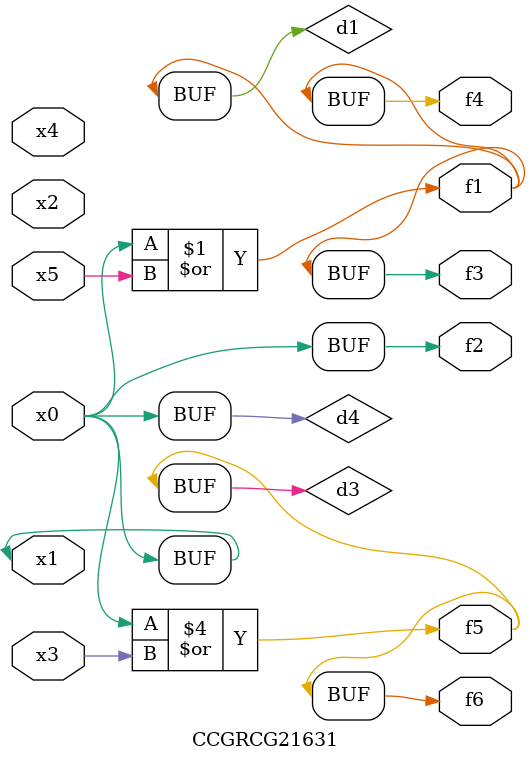
<source format=v>
module CCGRCG21631(
	input x0, x1, x2, x3, x4, x5,
	output f1, f2, f3, f4, f5, f6
);

	wire d1, d2, d3, d4;

	or (d1, x0, x5);
	xnor (d2, x1, x4);
	or (d3, x0, x3);
	buf (d4, x0, x1);
	assign f1 = d1;
	assign f2 = d4;
	assign f3 = d1;
	assign f4 = d1;
	assign f5 = d3;
	assign f6 = d3;
endmodule

</source>
